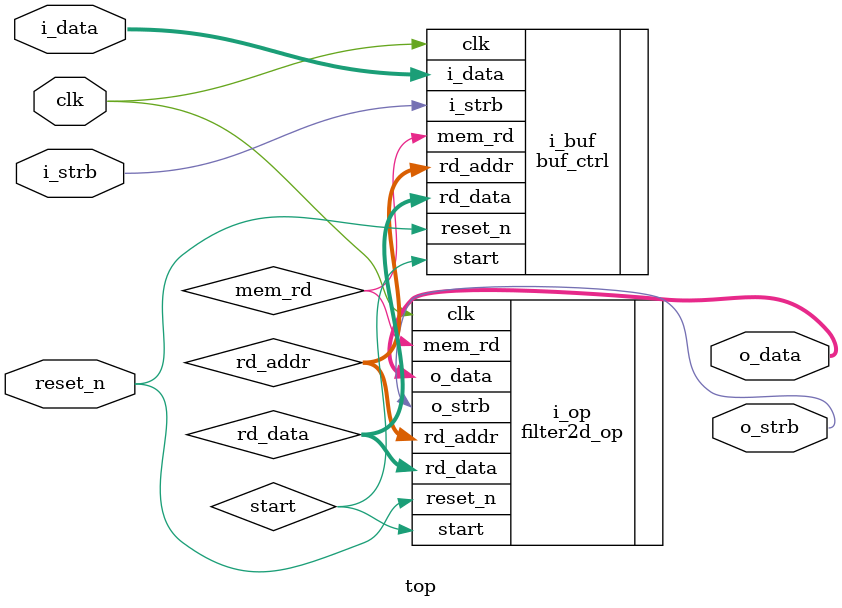
<source format=v>
module top (
	input clk,
	input reset_n,
	input i_strb,
	input [7:0] i_data,
	output o_strb,
	output [7:0] o_data
);
wire start;
wire mem_rd;
wire [15:0] rd_addr;
wire [7:0] rd_data;

buf_ctrl i_buf (
	.clk(clk),
	.reset_n(reset_n),
	.i_strb(i_strb),
	.i_data(i_data),
	.start(start),
	.mem_rd(mem_rd),
	.rd_addr(rd_addr),
	.rd_data(rd_data)
);

filter2d_op i_op(
	.clk(clk),
	.reset_n(reset_n),
	.start(start),
	.mem_rd(mem_rd),
	.rd_addr(rd_addr),
	.rd_data(rd_data),
	.o_strb(o_strb),
	.o_data(o_data)
);

endmodule


</source>
